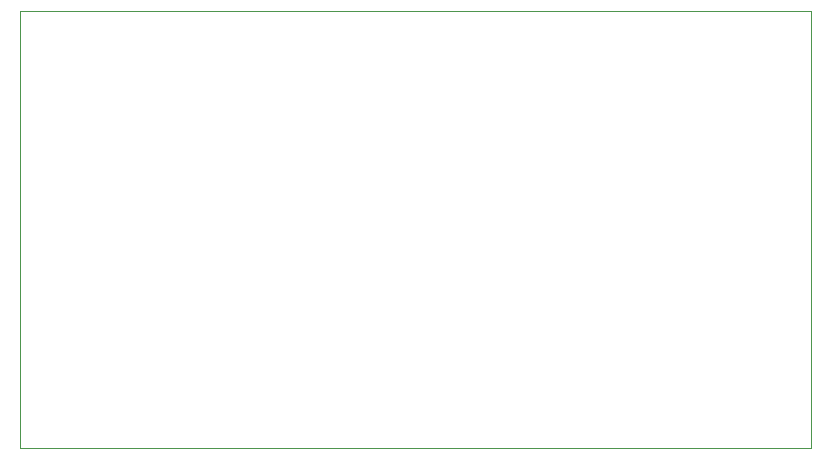
<source format=gm1>
G04 #@! TF.GenerationSoftware,KiCad,Pcbnew,(5.1.5-0)*
G04 #@! TF.CreationDate,2022-06-07T15:44:26-06:00*
G04 #@! TF.ProjectId,low_power_heater,6c6f775f-706f-4776-9572-5f6865617465,rev?*
G04 #@! TF.SameCoordinates,Original*
G04 #@! TF.FileFunction,Profile,NP*
%FSLAX46Y46*%
G04 Gerber Fmt 4.6, Leading zero omitted, Abs format (unit mm)*
G04 Created by KiCad (PCBNEW (5.1.5-0)) date 2022-06-07 15:44:26*
%MOMM*%
%LPD*%
G04 APERTURE LIST*
%ADD10C,0.050000*%
G04 APERTURE END LIST*
D10*
X70000000Y-105000000D02*
X70000000Y-68000000D01*
X137000000Y-105000000D02*
X70000000Y-105000000D01*
X137000000Y-68000000D02*
X137000000Y-105000000D01*
X70000000Y-68000000D02*
X137000000Y-68000000D01*
M02*

</source>
